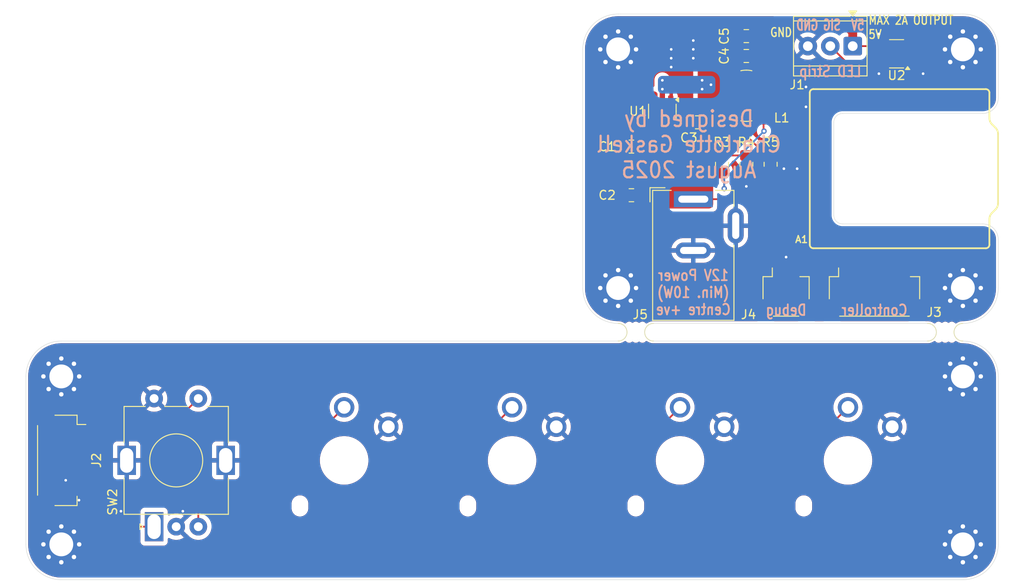
<source format=kicad_pcb>
(kicad_pcb
	(version 20241229)
	(generator "pcbnew")
	(generator_version "9.0")
	(general
		(thickness 1.6)
		(legacy_teardrops no)
	)
	(paper "A4")
	(layers
		(0 "F.Cu" signal)
		(2 "B.Cu" signal)
		(9 "F.Adhes" user "F.Adhesive")
		(11 "B.Adhes" user "B.Adhesive")
		(13 "F.Paste" user)
		(15 "B.Paste" user)
		(5 "F.SilkS" user "F.Silkscreen")
		(7 "B.SilkS" user "B.Silkscreen")
		(1 "F.Mask" user)
		(3 "B.Mask" user)
		(17 "Dwgs.User" user "User.Drawings")
		(19 "Cmts.User" user "User.Comments")
		(21 "Eco1.User" user "User.Eco1")
		(23 "Eco2.User" user "User.Eco2")
		(25 "Edge.Cuts" user)
		(27 "Margin" user)
		(31 "F.CrtYd" user "F.Courtyard")
		(29 "B.CrtYd" user "B.Courtyard")
		(35 "F.Fab" user)
		(33 "B.Fab" user)
		(39 "User.1" user)
		(41 "User.2" user)
		(43 "User.3" user)
		(45 "User.4" user)
	)
	(setup
		(pad_to_mask_clearance 0)
		(allow_soldermask_bridges_in_footprints no)
		(tenting front back)
		(pcbplotparams
			(layerselection 0x00000000_00000000_55555555_5755f5ff)
			(plot_on_all_layers_selection 0x00000000_00000000_00000000_00000000)
			(disableapertmacros no)
			(usegerberextensions yes)
			(usegerberattributes yes)
			(usegerberadvancedattributes no)
			(creategerberjobfile no)
			(dashed_line_dash_ratio 12.000000)
			(dashed_line_gap_ratio 3.000000)
			(svgprecision 4)
			(plotframeref no)
			(mode 1)
			(useauxorigin no)
			(hpglpennumber 1)
			(hpglpenspeed 20)
			(hpglpendiameter 15.000000)
			(pdf_front_fp_property_popups yes)
			(pdf_back_fp_property_popups yes)
			(pdf_metadata yes)
			(pdf_single_document no)
			(dxfpolygonmode yes)
			(dxfimperialunits yes)
			(dxfusepcbnewfont yes)
			(psnegative no)
			(psa4output no)
			(plot_black_and_white yes)
			(sketchpadsonfab no)
			(plotpadnumbers no)
			(hidednponfab no)
			(sketchdnponfab no)
			(crossoutdnponfab no)
			(subtractmaskfromsilk yes)
			(outputformat 1)
			(mirror no)
			(drillshape 0)
			(scaleselection 1)
			(outputdirectory "generated/gerbers/")
		)
	)
	(net 0 "")
	(net 1 "/Enc0B_")
	(net 2 "/Sw1_")
	(net 3 "/Enc0A_")
	(net 4 "/Sw4_")
	(net 5 "/Sw3_")
	(net 6 "/Sw2_")
	(net 7 "/Sw0_")
	(net 8 "+12V")
	(net 9 "GND")
	(net 10 "Net-(U1-VBST)")
	(net 11 "Net-(U1-SW)")
	(net 12 "+5V")
	(net 13 "/Out_LED_Sig")
	(net 14 "/Sw1")
	(net 15 "GND1")
	(net 16 "/Sw2")
	(net 17 "/Sw0")
	(net 18 "/Sw4")
	(net 19 "/Enc0B")
	(net 20 "/Sw3")
	(net 21 "/Enc0A")
	(net 22 "/SWDIO")
	(net 23 "/SWCLK")
	(net 24 "unconnected-(U2-Pad3)")
	(net 25 "/MCU_LED_Sig")
	(net 26 "Net-(U1-VFB)")
	(net 27 "unconnected-(A1-Pad3V3)")
	(net 28 "unconnected-(A1-PadA0)")
	(net 29 "unconnected-(A1-Pad0)")
	(net 30 "unconnected-(A1-PadA2)")
	(net 31 "unconnected-(A1-PadA1)")
	(net 32 "Net-(U1-EN)")
	(net 33 "unconnected-(U2-Pad4)")
	(footprint "Capacitor_SMD:C_0805_2012Metric_Pad1.18x1.45mm_HandSolder" (layer "F.Cu") (at 150 81.75))
	(footprint "Connector_BarrelJack:BarrelJack_Wuerth_6941xx301002" (layer "F.Cu") (at 149.5 90.45))
	(footprint "Capacitor_SMD:C_0805_2012Metric_Pad1.18x1.45mm_HandSolder" (layer "F.Cu") (at 155.5 74.25 180))
	(footprint "MountingHole:MountingHole_2.7mm_M2.5_Pad_Via" (layer "F.Cu") (at 180 73.5))
	(footprint "TerminalBlock_TE-Connectivity:TerminalBlock_TE_282834-3_1x03_P2.54mm_Horizontal" (layer "F.Cu") (at 167.54 73.1325 180))
	(footprint "Connector_JST:JST_SH_SM08B-SRSS-TB_1x08-1MP_P1.00mm_Horizontal" (layer "F.Cu") (at 78 120 -90))
	(footprint "MountingHole:MountingHole_2.7mm_M2.5_Pad_Via" (layer "F.Cu") (at 78 129.5))
	(footprint "Resistor_SMD:R_0805_2012Metric_Pad1.20x1.40mm_HandSolder" (layer "F.Cu") (at 152.75 86.5 90))
	(footprint "MountingHole:MountingHole_2.7mm_M2.5_Pad_Via" (layer "F.Cu") (at 180 129.5))
	(footprint "Rotary_Encoder:RotaryEncoder_Alps_EC11E-Switch_Vertical_H20mm_MountingHoles" (layer "F.Cu") (at 88.5 127.5 90))
	(footprint "Connector_JST:JST_SH_SM08B-SRSS-TB_1x08-1MP_P1.00mm_Horizontal" (layer "F.Cu") (at 170 101))
	(footprint "MountingHole:MountingHole_2.7mm_M2.5_Pad_Via" (layer "F.Cu") (at 180 100.5))
	(footprint "LEDController:TINY2040" (layer "F.Cu") (at 183 87 180))
	(footprint "Capacitor_SMD:C_0805_2012Metric_Pad1.18x1.45mm_HandSolder" (layer "F.Cu") (at 155.5 72 180))
	(footprint "Panelization:mouse-bite-2mm-slot" (layer "F.Cu") (at 178 105.5))
	(footprint "Kailh_PG1353_Solderable:Kailh-PG1353-Solderable-1U" (layer "F.Cu") (at 110 120))
	(footprint "MountingHole:MountingHole_2.7mm_M2.5_Pad_Via" (layer "F.Cu") (at 141 73.5))
	(footprint "Resistor_SMD:R_0805_2012Metric_Pad1.20x1.40mm_HandSolder" (layer "F.Cu") (at 158.25 86.5 90))
	(footprint "Panelization:mouse-bite-2mm-slot" (layer "F.Cu") (at 143 105.5))
	(footprint "Kailh_PG1353_Solderable:Kailh-PG1353-Solderable-1U" (layer "F.Cu") (at 167 120))
	(footprint "MountingHole:MountingHole_2.7mm_M2.5_Pad_Via" (layer "F.Cu") (at 180 110.5))
	(footprint "MountingHole:MountingHole_2.7mm_M2.5_Pad_Via" (layer "F.Cu") (at 141 100.5))
	(footprint "Capacitor_SMD:C_0805_2012Metric_Pad1.18x1.45mm_HandSolder" (layer "F.Cu") (at 142.5 84.5 180))
	(footprint "Resistor_SMD:R_0805_2012Metric_Pad1.20x1.40mm_HandSolder" (layer "F.Cu") (at 155.5 86.5 -90))
	(footprint "Package_SO:TSOP-6_1.65x3.05mm_P0.95mm" (layer "F.Cu") (at 172.5 74 180))
	(footprint "Kailh_PG1353_Solderable:Kailh-PG1353-Solderable-1U" (layer "F.Cu") (at 129 120))
	(footprint "Kailh_PG1353_Solderable:Kailh-PG1353-Solderable-1U" (layer "F.Cu") (at 148 120))
	(footprint "Connector_JST:JST_SH_SM03B-SRSS-TB_1x03-1MP_P1.00mm_Horizontal" (layer "F.Cu") (at 160 101))
	(footprint "MountingHole:MountingHole_2.7mm_M2.5_Pad_Via" (layer "F.Cu") (at 78 110.5))
	(footprint "Package_TO_SOT_SMD:SOT-23-6" (layer "F.Cu") (at 146 80.5 -90))
	(footprint "Capacitor_SMD:C_0805_2012Metric_Pad1.18x1.45mm_HandSolder" (layer "F.Cu") (at 142.5 90 180))
	(footprint "Inductor_SMD:L_Bourns_SDR0604" (layer "F.Cu") (at 155.5 78.75 90))
	(gr_rect
		(start 81.5 110.5)
		(end 100.5 129.5)
		(stroke
			(width 0.1)
			(type solid)
		)
		(fill no)
		(layer "Dwgs.User")
		(uuid "287f66a3-5f86-4efb-895e-3dc2c6f949ef")
	)
	(gr_line
		(start 74 129.5)
		(end 74 110.5)
		(stroke
			(width 0.05)
			(type default)
		)
		(layer "Edge.Cuts")
		(uuid "052f8d9a-21c8-428b-ba86-2427b5fe956c")
	)
	(gr_arc
		(start 184 129.5)
		(mid 182.828427 132.328427)
		(end 180 133.5)
		(stroke
			(width 0.05)
			(type default)
		)
		(layer "Edge.Cuts")
		(uuid "06c30967-f6dd-4166-bdcd-50a968a309b6")
	)
	(gr_arc
		(start 166.4 93.25)
		(mid 165.692893 92.957107)
		(end 165.4 92.25)
		(stroke
			(width 0.05)
			(type default)
		)
		(layer "Edge.Cuts")
		(uuid "0b29827d-6a99-4340-8b55-398266ff6f18")
	)
	(gr_line
		(start 166.4 80.75)
		(end 182.25 80.75)
		(stroke
			(width 0.05)
			(type default)
		)
		(layer "Edge.Cuts")
		(uuid "0b52b8b1-5743-4271-8c54-afabea252e69")
	)
	(gr_arc
		(start 184 79)
		(mid 183.487437 80.237437)
		(end 182.25 80.75)
		(stroke
			(width 0.05)
			(type default)
		)
		(layer "Edge.Cuts")
		(uuid "1b9035e4-52ea-4396-b996-fea9ead6b1c2")
	)
	(gr_arc
		(start 180 106.5)
		(mid 182.828427 107.671573)
		(end 184 110.5)
		(stroke
			(width 0.05)
			(type default)
		)
		(layer "Edge.Cuts")
		(uuid "1eca1fa8-7a8d-4b60-b9c4-e81f97479823")
	)
	(gr_arc
		(start 141 104.5)
		(mid 138.171573 103.328427)
		(end 137 100.5)
		(stroke
			(width 0.05)
			(type default)
		)
		(layer "Edge.Cuts")
		(uuid "28709466-9711-404f-b959-486fa0a1409e")
	)
	(gr_arc
		(start 141 104.5)
		(mid 142 105.5)
		(end 141 106.5)
		(stroke
			(width 0.05)
			(type default)
		)
		(layer "Edge.Cuts")
		(uuid "2e13a613-f7a1-48e9-95c6-a0f068228433")
	)
	(gr_arc
		(start 182.25 93.25)
		(mid 183.487437 93.762563)
		(end 184 95)
		(stroke
			(width 0.05)
			(type default)
		)
		(layer "Edge.Cuts")
		(uuid "398bffa2-362f-4a66-98ee-a8687a1bf186")
	)
	(gr_line
		(start 145 104.5)
		(end 176 104.5)
		(stroke
			(width 0.05)
			(type default)
		)
		(layer "Edge.Cuts")
		(uuid "3e0a3bb3-27cb-49d5-a643-920d4784f304")
	)
	(gr_line
		(start 141 106.5)
		(end 78 106.5)
		(stroke
			(width 0.05)
			(type default)
		)
		(layer "Edge.Cuts")
		(uuid "3f216925-f395-4b07-b12b-bc85e8225f07")
	)
	(gr_line
		(start 137 100.5)
		(end 137 73.5)
		(stroke
			(width 0.05)
			(type default)
		)
		(layer "Edge.Cuts")
		(uuid "51c90b9e-c9f2-4f6c-b23c-a7ba9c37b133")
	)
	(gr_arc
		(start 176 104.5)
		(mid 177 105.5)
		(end 176 106.5)
		(stroke
			(width 0.05)
			(type default)
		)
		(layer "Edge.Cuts")
		(uuid "5451d521-b8a5-4094-aca5-0128b6cb410a")
	)
	(gr_line
		(start 165.4 92.25)
		(end 165.4 81.75)
		(stroke
			(width 0.05)
			(type default)
		)
		(layer "Edge.Cuts")
		(uuid "5829f421-0649-4132-b67e-5c543b147254")
	)
	(gr_arc
		(start 180 69.5)
		(mid 182.828427 70.671573)
		(end 184 73.5)
		(stroke
			(width 0.05)
			(type default)
		)
		(layer "Edge.Cuts")
		(uuid "5a42420a-d1dc-4136-aee7-71bca0b91071")
	)
	(gr_arc
		(start 137 73.5)
		(mid 138.171573 70.671573)
		(end 141 69.5)
		(stroke
			(width 0.05)
			(type default)
		)
		(layer "Edge.Cuts")
		(uuid "6d8e5f07-665e-4628-b0c1-a77e44813e11")
	)
	(gr_arc
		(start 184 100.5)
		(mid 182.828427 103.328427)
		(end 180 104.5)
		(stroke
			(width 0.05)
			(type default)
		)
		(layer "Edge.Cuts")
		(uuid "6f01a15a-6e3a-4f69-b210-a79d3b24c758")
	)
	(gr_line
		(start 184 95)
		(end 184 100.5)
		(stroke
			(width 0.05)
			(type default)
		)
		(layer "Edge.Cuts")
		(uuid "768af72a-e720-4a29-abda-360cb80c7384")
	)
	(gr_line
		(start 180 133.5)
		(end 78 133.5)
		(stroke
			(width 0.05)
			(type default)
		)
		(layer "Edge.Cuts")
		(uuid "797455a0-61bc-480c-8b17-b07398474546")
	)
	(gr_line
		(start 141 69.5)
		(end 180 69.5)
		(stroke
			(width 0.05)
			(type default)
		)
		(layer "Edge.Cuts")
		(uuid "9396cd5a-2da3-497b-9d45-236cf01777c1")
	)
	(gr_line
		(start 182.25 93.25)
		(end 166.4 93.25)
		(stroke
			(width 0.05)
			(type default)
		)
		(layer "Edge.Cuts")
		(uuid "a0e8b168-b0a8-469e-9682-65c2d6eeb83f")
	)
	(gr_arc
		(start 180 106.5)
		(mid 179 105.5)
		(end 180 104.5)
		(stroke
			(width 0.05)
			(type default)
		)
		(layer "Edge.Cuts")
		(uuid "a930f56b-8ee5-4faa-b255-e83a5ef6ff0c")
	)
	(gr_line
		(start 184 110.5)
		(end 184 129.5)
		(stroke
			(width 0.05)
			(type default)
		)
		(layer "Edge.Cuts")
		(uuid "ab4572ae-087f-4107-8d89-71f2cceae038")
	)
	(gr_line
		(start 184 79)
		(end 184 73.5)
		(stroke
			(width 0.05)
			(type default)
		)
		(layer "Edge.Cuts")
		(uuid "ad5edf0d-8939-40bb-b3cd-0a474fa3e381")
	)
	(gr_arc
		(start 145 106.5)
		(mid 144 105.5)
		(end 145 104.5)
		(stroke
			(width 0.05)
			(type solid)
		)
		(layer "Edge.Cuts")
		(uuid "b56c3b9c-2000-4453-a7db-06c62f64e18e")
	)
	(gr_arc
		(start 78 133.5)
		(mid 75.171573 132.328427)
		(end 74 129.5)
		(stroke
			(width 0.05)
			(type default)
		)
		(layer "Edge.Cuts")
		(uuid "bed65e03-a6da-4c6d-b949-3a8d829b6999")
	)
	(gr_arc
		(start 165.4 81.75)
		(mid 165.692893 81.042893)
		(end 166.4 80.75)
		(stroke
			(width 0.05)
			(type default)
		)
		(layer "Edge.Cuts")
		(uuid "ce9ed25f-4b7e-4281-9e83-91c5430225d4")
	)
	(gr_line
		(start 145 106.5)
		(end 176 106.5)
		(stroke
			(width 0.05)
			(type default)
		)
		(layer "Edge.Cuts")
		(uuid "dd837ee2-a8e3-4f21-8abc-c07573790e2b")
	)
	(gr_arc
		(start 74 110.5)
		(mid 75.171573 107.671573)
		(end 78 106.5)
		(stroke
			(width 0.05)
			(type default)
		)
		(layer "Edge.Cuts")
		(uuid "e4a987e3-bd9b-45b1-98b5-3781145c5239")
	)
	(gr_text "MAX 2A OUTPUT\n5V"
		(at 169.25 71 0)
		(layer "F.SilkS")
		(uuid "1cf8a265-928a-4713-a0fd-9c8948bb7e73")
		(effects
			(font
				(size 1 0.8)
				(thickness 0.15)
			)
			(justify left)
		)
	)
	(gr_text "GND"
		(at 160.75 71 0)
		(layer "F.SilkS")
		(uuid "28e00aa5-b5be-4f3b-a6af-93c99717e376")
		(effects
			(font
				(size 1 0.8)
				(thickness 0.15)
			)
			(justify right top)
		)
	)
	(gr_text "12V Power\n(Min. 10W)\nCentre +ve"
		(at 149.5 101 0)
		(layer "B.SilkS")
		(uuid "546e47e7-5ea3-4969-8e83-598e284ba442")
		(effects
			(font
				(size 1.2 1)
				(thickness 0.2)
				(bold yes)
			)
			(justify mirror)
		)
	)
	(gr_text "Debug"
		(at 160 103 0)
		(layer "B.SilkS")
		(uuid "62581f23-029e-46bf-bf08-32135301768b")
		(effects
			(font
				(size 1.2 1)
				(thickness 0.2)
				(bold yes)
			)
			(justify mirror)
		)
	)
	(gr_text "LED Strip"
		(at 165 76 0)
		(layer "B.SilkS")
		(uuid "97f40562-3675-41ce-9586-397569c8a58f")
		(effects
			(font
				(size 1.2 1)
				(thickness 0.2)
				(bold yes)
			)
			(justify mirror)
		)
	)
	(gr_text "5V  SIG GND"
		(at 165 70.75 0)
		(layer "B.SilkS")
		(uuid "bd507d58-54df-46cb-9d03-112375450ccb")
		(effects
			(font
				(size 1.2 0.8)
				(thickness 0.2)
				(bold yes)
			)
			(justify mirror)
		)
	)
	(gr_text "Controller"
		(at 170 103 0)
		(layer "B.SilkS")
		(uuid "e4fc9c6b-f2a2-458e-8bfc-35768b71704e")
		(effects
			(font
				(size 1.2 1)
				(thickness 0.2)
				(bold yes)
			)
			(justify mirror)
		)
	)
	(gr_text "Designed by\nCharlotte Gaskell\nAugust 2025"
		(at 149 84.25 0)
		(layer "B.SilkS")
		(uuid "e729ce97-e23d-4abf-9911-4045c8b1436b")
		(effects
			(font
				(size 1.8 1.6)
				(thickness 0.25)
			)
			(justify mirror)
		)
	)
	(segment
		(start 167.5 96.18)
		(end 167.5 99)
		(width 0.2)
		(layer "F.Cu")
		(net 1)
		(uuid "59fc26f1-3c12-4561-8aa7-28797d6c701d")
	)
	(segment
		(start 166.49 95.17)
		(end 167.5 96.18)
		(width 0.2)
		(layer "F.Cu")
		(net 1)
		(uuid "f0ad05b3-dc19-4266-b55f-1d4a20e316db")
	)
	(segment
		(start 169.5 99)
		(end 169.5 97.40873)
		(width 0.2)
		(layer "F.Cu")
		(net 2)
		(uuid "181e8f32-b3d1-4076-9beb-dae3438846c1")
	)
	(segment
		(start 171.57 95.33873)
		(end 171.57 95.17)
		(width 0.2)
		(layer "F.Cu")
		(net 2)
		(uuid "46c5a748-f200-4310-b991-53508a3f6b15")
	)
	(segment
		(start 169.5 97.40873)
		(end 171.57 95.33873)
		(width 0.2)
		(layer "F.Cu")
		(net 2)
		(uuid "536dfdff-a79c-4f82-9229-354f14eb2b34")
	)
	(segment
		(start 163.95 96.45)
		(end 166.5 99)
		(width 0.2)
		(layer "F.Cu")
		(net 3)
		(uuid "260f634e-752f-4ad4-bede-f3278afd4ef1")
	)
	(segment
		(start 163.95 95.17)
		(end 163.95 96.45)
		(width 0.2)
		(layer "F.Cu")
		(net 3)
		(uuid "cb539145-4b90-4747-a586-7e161aec0127")
	)
	(segment
		(start 179.19 96.67)
		(end 179.19 95.17)
		(width 0.2)
		(layer "F.Cu")
		(net 4)
		(uuid "1d942ede-9e14-43a9-8961-4f51fe07bdd9")
	)
	(segment
		(start 172.5 98.225001)
		(end 172.923001 97.802)
		(width 0.2)
		(layer "F.Cu")
		(net 4)
		(uuid "2257f966-80ad-41f2-8cef-d8a6d864ca67")
	)
	(segment
		(start 172.5 99)
		(end 172.5 98.225001)
		(width 0.2)
		(layer "F.Cu")
		(net 4)
		(uuid "5eb0393f-2704-49a5-9419-5e334ccc9a9f")
	)
	(segment
		(start 178.058 97.802)
		(end 179.19 96.67)
		(width 0.2)
		(layer "F.Cu")
		(net 4)
		(uuid "ceae36e2-8095-4f7e-965f-e0fb874445f7")
	)
	(segment
		(start 172.923001 97.802)
		(end 178.058 97.802)
		(width 0.2)
		(layer "F.Cu")
		(net 4)
		(uuid "e6288a48-6607-4199-986c-2220df2a17e6")
	)
	(segment
		(start 176.65 96.67)
		(end 176.65 95.17)
		(width 0.2)
		(layer "F.Cu")
		(net 5)
		(uuid "1eb8f09b-6584-472d-87ef-fc758c910cbc")
	)
	(segment
		(start 171.5 99)
		(end 171.5 98.225001)
		(width 0.2)
		(layer "F.Cu")
		(net 5)
		(uuid "aef94497-5b25-4f43-bfef-f7a0a59400e5")
	)
	(segment
		(start 171.5 98.225001)
		(end 172.324001 97.401)
		(width 0.2)
		(layer "F.Cu")
		(net 5)
		(uuid "ba283a4b-50fe-49a5-bdff-987dbdd522a6")
	)
	(segment
		(start 172.324001 97.401)
		(end 175.919 97.401)
		(width 0.2)
		(layer "F.Cu")
		(net 5)
		(uuid "dfb3d8af-0513-49fe-880e-d7370ddb4c04")
	)
	(segment
		(start 175.919 97.401)
		(end 176.65 96.67)
		(width 0.2)
		(layer "F.Cu")
		(net 5)
		(uuid "e362f41e-ca4e-48f2-837a-b4fdecbab268")
	)
	(segment
		(start 170.5 99)
		(end 170.5 98.225001)
		(width 0.2)
		(layer "F.Cu")
		(net 6)
		(uuid "08dff94a-f27c-459a-8d09-3b43e86eed0e")
	)
	(segment
		(start 174.11 96.67)
		(end 174.11 95.17)
		(width 0.2)
		(layer "F.Cu")
		(net 6)
		(uuid "3cb15464-ec3d-47d7-b01a-ff0b08755792")
	)
	(segment
		(start 170.5 98.225001)
		(end 171.725001 97)
		(width 0.2)
		(layer "F.Cu")
		(net 6)
		(uuid "b902f6af-0ca3-47b7-b44f-f19b7e48c399")
	)
	(segment
		(start 173.78 97)
		(end 174.11 96.67)
		(width 0.2)
		(layer "F.Cu")
		(net 6)
		(uuid "eb5adae6-6f75-48ce-b54d-a849137af99a")
	)
	(segment
		(start 171.725001 97)
		(end 173.78 97)
		(width 0.2)
		(layer "F.Cu")
		(net 6)
		(uuid "f42480e7-249b-48fe-8c10-976c646029f4")
	)
	(segment
		(start 169.03 95.17)
		(end 168.5 95.7)
		(width 0.2)
		(layer "F.Cu")
		(net 7)
		(uuid "30319831-ea93-4065-b055-49efda7c961a")
	)
	(segment
		(start 168.5 95.7)
		(end 168.5 99)
		(width 0.2)
		(layer "F.Cu")
		(net 7)
		(uuid "e96a5ad3-692e-4561-b7ba-a34ded96a5ce")
	)
	(segment
		(start 158.25 87.5)
		(end 158.25 89.5)
		(width 0.2)
		(layer "F.Cu")
		(net 8)
		(uuid "68cc51f7-e4f1-4513-a78d-15c849123485")
	)
	(segment
		(start 157.3 90.45)
		(end 149.5 90.45)
		(width 0.2)
		(layer "F.Cu")
		(net 8)
		(uuid "a008dc8e-7479-43a5-af42-f8dfa9248111")
	)
	(segment
		(start 158.25 89.5)
		(end 157.3 90.45)
		(width 0.2)
		(layer "F.Cu")
		(net 8)
		(uuid "bba8fbfd-4140-4837-8566-c950a0eaff53")
	)
	(segment
		(start 177 76.25)
		(end 175.5 76.25)
		(width 0.2)
		(layer "F.Cu")
		(net 9)
		(uuid "0874791a-e5f7-441a-9e81-f817c0f6c4c3")
	)
	(segment
		(start 179.19 78.44)
		(end 177 76.25)
		(width 0.2)
		(layer "F.Cu")
		(net 9)
		(uuid "3abc0fe0-4676-47bf-a2fb-ba5e243ca531")
	)
	(segment
		(start 179.19 78.83)
		(end 179.19 78.44)
		(width 0.2)
		(layer "F.Cu")
		(net 9)
		(uuid "d5d1f98c-bc03-457d-9aa8-0b10863418c4")
	)
	(via
		(at 147 75.5)
		(size 0.6)
		(drill 0.3)
		(layers "F.Cu" "B.Cu")
		(free yes)
		(net 9)
		(uuid "0b094a13-8709-4d50-a716-d0ebde405629")
	)
	(via
		(at 161.25 87)
		(size 0.6)
		(drill 0.3)
		(layers "F.Cu" "B.Cu")
		(free yes)
		(net 9)
		(uuid "109170ae-e24e-43f6-8b3f-1b5e4e45fbd6")
	)
	(via
		(at 162.25 80)
		(size 0.6)
		(drill 0.3)
		(layers "F.Cu" "B.Cu")
		(free yes)
		(net 9)
		(uuid "3ef8df89-e23b-4678-b020-b1e3d9478317")
	)
	(via
		(at 159.75 87)
		(size 0.6)
		(drill 0.3)
		(layers "F.Cu" "B.Cu")
		(free yes)
		(net 9)
		(uuid "50790cfa-6290-4f89-a787-a15b76de2cb9")
	)
	(via
		(at 170.5 71.75)
		(size 0.6)
		(drill 0.3)
		(layers "F.Cu" "B.Cu")
		(free yes)
		(net 9)
		(uuid "572a30ae-4401-4b23-b866-fee041da36af")
	)
	(via
		(at 147 74.5)
		(size 0.6)
		(drill 0.3)
		(layers "F.Cu" "B.Cu")
		(free yes)
		(net 9)
		(uuid "63a3686d-2cf0-4d5a-bf08-2bc1c3fadf68")
	)
	(via
		(at 160 97)
		(size 0.6)
		(drill 0.3)
		(layers "F.Cu" "B.Cu")
		(free yes)
		(net 9)
		(uuid "640000b2-56c9-4a61-b7a9-e594f81c0332")
	)
	(via
		(at 149.5 72.5)
		(size 0.6)
		(drill 0.3)
		(layers "F.Cu" "B.Cu")
		(free yes)
		(net 9)
		(uuid "6db4d4a8-3ff2-4ef4-bf66-9e6f996fe7ca")
	)
	(via
		(at 149.5 74.5)
		(size 0.6)
		(drill 0.3)
		(layers "F.Cu" "B.Cu")
		(free yes)
		(net 9)
		(uuid "94110f0f-9257-4364-a498-1fab953bd78a")
	)
	(via
		(at 147 73.5)
		(size 0.6)
		(drill 0.3)
		(layers "F.Cu" "B.Cu")
		(free yes)
		(net 9)
		(uuid "97f6d220-753d-4aca-8811-3aa230c5eae9")
	)
	(via
		(at 175.5 76.25)
		(size 0.6)
		(drill 0.3)
		(layers "F.Cu" "B.Cu")
		(net 9)
		(uuid "a90a1dea-ab66-47ea-9fb9-ab3cef8f0d1e")
	)
	(via
		(at 155.5 89)
		(size 0.6)
		(drill 0.3)
		(layers "F.Cu" "B.Cu")
		(free yes)
		(net 9)
		(uuid "b17ae1b9-ad4a-443b-9e23-3bfeb9ca5926")
	)
	(via
		(at 149.5 73.5)
		(size 0.6)
		(drill 0.3)
		(layers "F.Cu" "B.Cu")
		(free yes)
		(net 9)
		(uuid "cf50a3e2-b50e-4a1b-bd2b-3ff2254157d3")
	)
	(via
		(at 170.5 76.25)
		(size 0.6)
		(drill 0.3)
		(layers "F.Cu" "B.Cu")
		(free yes)
		(net 9)
		(uuid "e93631b4-c2f4-4733-bd11-86ee1f5247fb")
	)
	(via
		(at 162.25 77.75)
		(size 0.6)
		(drill 0.3)
		(layers "F.Cu" "B.Cu")
		(free yes)
		(net 9)
		(uuid "f5b95206-5ddf-42e9-b49f-e11bc1e65ca8")
	)
	(segment
		(start 148.9625 81.75)
		(end 147.0625 81.75)
		(width 0.2)
		(layer "F.Cu")
		(net 10)
		(uuid "146b71f8-0d58-4a7b-8216-c6eecdb35fcc")
	)
	(segment
		(start 147.0625 81.75)
		(end 146.95 81.6375)
		(width 0.2)
		(layer "F.Cu")
		(net 10)
		(uuid "9e547e8b-27cb-407d-a75d-f3abcb8a9048")
	)
	(segment
		(start 146 78)
		(end 146 77)
		(width 0.8)
		(layer "F.Cu")
		(net 11)
		(uuid "06c63bbe-cf71-47c3-9c87-239f170ac7f0")
	)
	(segment
		(start 151 81.7125)
		(end 151.0375 81.75)
		(width 0.8)
		(layer "F.Cu")
		(net 11)
		(uuid "14193d22-ca7a-4af1-95d7-0a9f720e334a")
	)
	(segment
		(start 146 79.3625)
		(end 146 78)
		(width 0.6)
		(layer "F.Cu")
		(net 11)
		(uuid "e68cb43a-1514-4eda-b5b6-5f19de9f5c4d")
	)
	(via
		(at 146 77)
		(size 0.6)
		(drill 0.3)
		(layers "F.Cu" "B.Cu")
		(net 11)
		(uuid "00912164-13ad-4e52-a122-d9e5c2a07fb1")
	)
	(via
		(at 146 78)
		(size 0.6)
		(drill 0.3)
		(layers "F.Cu" "B.Cu")
		(net 11)
		(uuid "4d2ad28b-e5b5-4aba-a2dd-5c5b39858e8b")
	)
	(via
		(at 150.5 77)
		(size 0.6)
		(drill 0.3)
		(layers "F.Cu" "B.Cu")
		(free yes)
		(net 11)
		(uuid "6066eef7-0a5a-46c7-a5a2-6b6033c2cd8e")
	)
	(via
		(at 151.5 77.5)
		(size 0.6)
		(drill 0.3)
		(layers "F.Cu" "B.Cu")
		(free yes)
		(net 11)
		(uuid "90b8b4bb-a8fc-448a-b2df-a257e305b2f7")
	)
	(via
		(at 150.5 78)
		(size 0.6)
		(drill 0.3)
		(layers "F.Cu" "B.Cu")
		(free yes)
		(net 11)
		(uuid "fe2f9f37-a92f-4474-9383-078803b88643")
	)
	(segment
		(start 166 70.5)
		(end 159.5 70.5)
		(width 1)
		(layer "F.Cu")
		(net 12)
		(uuid "1c949dbb-cb4d-4f1a-8720-9706f0d5d73a")
	)
	(segment
		(start 167.54 71.54)
		(end 167.5 71.5)
		(width 1)
		(layer "F.Cu")
		(net 12)
		(uuid "43266d4a-d8a2-4892-8bf9-62af61a61c30")
	)
	(segment
		(start 166.5 70.5)
		(end 166 70.5)
		(width 1)
		(layer "F.Cu")
		(net 12)
		(uuid "43bf2efc-67c9-485e-8212-16a564d47094")
	)
	(segment
		(start 178.567 76.75)
		(end 172.317 70.5)
		(width 0.2)
		(layer "F.Cu")
		(net 12)
		(uuid "484bf3ce-60b8-438c-b68f-31f3f8d3e255")
	)
	(segment
		(start 153 87.5)
		(end 153 89.25)
		(width 0.2)
		(layer "F.Cu")
		(net 12)
		(uuid "82bcd0f3-114b-4849-a09c-15b4e61f9337")
	)
	(segment
		(start 181.15 76.75)
		(end 178.567 76.75)
		(width 0.2)
		(layer "F.Cu")
		(net 12)
		(uuid "858ddfe6-d335-4edd-8f36-e10a243d037e")
	)
	(segment
		(start 157.45 82.7)
		(end 157.45 78.75)
		(width 0.2)
		(layer "F.Cu")
		(net 12)
		(uuid "88e249b0-9378-43ea-8020-c8ebb6aa4ca5")
	)
	(segment
		(start 159.5 70.5)
		(end 158 72)
		(width 1)
		(layer "F.Cu")
		(net 12)
		(uuid "8c907b79-9fc7-4654-993d-c952c0436698")
	)
	(segment
		(start 181.73 78.83)
		(end 181.73 77.33)
		(width 0.2)
		(layer "F.Cu")
		(net 12)
		(uuid "953d8553-a14f-4906-8910-491da17a6fa0")
	)
	(segment
		(start 157.5 82.75)
		(end 157.45 82.7)
		(width 0.2)
		(layer "F.Cu")
		(net 12)
		(uuid "a4a651dc-1681-49f6-afa5-a920d363cadb")
	)
	(segment
		(start 171.34 74)
		(end 171 74)
		(width 0.2)
		(layer "F.Cu")
		(net 12)
		(uuid "b4541bf4-76d5-405e-bd98-d1a7866a1afb")
	)
	(segment
		(start 172.317 70.5)
		(end 166.5 70.5)
		(width 0.2)
		(layer "F.Cu")
		(net 12)
		(uuid "b7418578-2dab-4dc9-8a73-6f7c97a7089e")
	)
	(segment
		(start 171 74)
		(end 170.1325 73.1325)
		(width 0.2)
		(layer "F.Cu")
		(net 12)
		(uuid "c3d21f2b-973d-4721-91ca-028032cdc925")
	)
	(segment
		(start 170.1325 73.1325)
		(end 167.54 73.1325)
		(width 0.2)
		(layer "F.Cu")
		(net 12)
		(uuid "c5608a43-73e1-4bb9-b6c9-34313f45654e")
	)
	(segment
		(start 167.5 71.5)
		(end 166.5 70.5)
		(width 1)
		(layer "F.Cu")
		(net 12)
		(uuid "d09c7785-3281-4abb-8456-bcb61fbb3f92")
	)
	(segment
		(start 167.54 73.1325)
		(end 167.54 71.54)
		(width 1)
		(layer "F.Cu")
		(net 12)
		(uuid "e3b9dacd-d54b-40a4-ad48-ab33d64be10a")
	)
	(segment
		(start 181.73 77.33)
		(end 181.15 76.75)
		(width 0.2)
		(layer "F.Cu")
		(net 12)
		(uuid "f6362f88-6f03-4593-8814-2a6e0da1be75")
	)
	(via
		(at 153 89.25)
		(size 0.6)
		(drill 0.3)
		(layers "F.Cu" "B.Cu")
		(net 12)
		(uuid "090ee914-b85d-4486-93ee-0f85d8b0067c")
	)
	(via
		(at 157.5 82.75)
		(size 0.6)
		(drill 0.3)
		(layers "F.Cu" "B.Cu")
		(net 12)
		(uuid "a56fc354-6fcc-4fe8-b52e-9111d5f15453")
	)
	(segment
		(start 153 87.25)
		(end 157.5 82.75)
		(width 0.2)
		(layer "B.Cu")
		(net 12)
		(uuid "0cb1f616-5ba7-4c1f-ad64-ecaf0a836847")
	)
	(segment
		(start 153 89.25)
		(end 153 87.25)
		(width 0.2)
		(layer "B.Cu")
		(net 12)
		(uuid "0f6b6cfa-aff7-40c3-92b6-2cedce07fbfd")
	)
	(segment
		(start 166.8175 74.95)
		(end 165 73.1325)
		(width 0.2)
		(layer "F.Cu")
		(net 13)
		(uuid "6891c8df-7b30-48f7-a193-91b5263b12ac")
	)
	(segment
		(start 171.34 74.95)
		(end 166.8175 74.95)
		(width 0.2)
		(layer "F.Cu")
		(net 13)
		(uuid "739f5a1d-f694-4d44-9ac7-01bef3c053f9")
	)
	(segment
		(start 101 123)
		(end 84.274999 123)
		(width 0.2)
		(layer "F.Cu")
		(net 14)
		(uuid "1d1fff09-9846-460c-85d6-dc3314a1ef07")
	)
	(segment
		(start 80.774999 119.5)
		(end 80 119.5)
		(width 0.2)
		(layer "F.Cu")
		(net 14)
		(uuid "42b54e7a-11fa-4eb2-914c-49e7ed83d8a7")
	)
	(segment
		(start 84.274999 123)
		(end 80.774999 119.5)
		(width 0.2)
		(layer "F.Cu")
		(net 14)
		(uuid "ae825d89-fe2b-4a73-8504-c41454269afd")
	)
	(segment
		(start 110 114)
		(end 101 123)
		(width 0.2)
		(layer "F.Cu")
		(net 14)
		(uuid "c334bfbb-6817-4c21-8619-c1f215d98f16")
	)
	(via
		(at 84.75 125.75)
		(size 0.6)
		(drill 0.3)
		(layers "F.Cu" "B.Cu")
		(free yes)
		(net 15)
		(uuid "363b48e1-7fd6-46ef-99ea-96b5c9a9410d")
	)
	(via
		(at 91.75 125.75)
		(size 0.6)
		(drill 0.3)
		(layers "F.Cu" "B.Cu")
		(free yes)
		(net 15)
		(uuid "54b99e7d-3822-494d-a007-79a4c2fb2b61")
	)
	(via
		(at 80 124.5)
		(size 0.6)
		(drill 0.3)
		(layers "F.Cu" "B.Cu")
		(free yes)
		(net 15)
		(uuid "58184873-1dda-4b8d-8ed9-36b9f7fa0da9")
	)
	(via
		(at 78.5 122.25)
		(size 0.6)
		(drill 0.3)
		(layers "F.Cu" "B.Cu")
		(free yes)
		(net 15)
		(uuid "c6220e2b-155c-4b13-9942-3a188c55bfe4")
	)
	(segment
		(start 80 120.5)
		(end 81.207899 120.5)
		(width 0.2)
		(layer "F.Cu")
		(net 16)
		(uuid "250fb0b9-6369-4746-a3a9-2c26dc5abbf2")
	)
	(segment
		(start 98.8322 129.198)
		(end 113.802 129.198)
		(width 0.2)
		(layer "F.Cu")
		(net 16)
		(uuid "355c200a-bcb2-48c1-9462-ba8bb4f80136")
	)
	(segment
		(start 84.108899 123.401)
		(end 93.0352 123.401)
		(width 0.2)
		(layer "F.Cu")
		(net 16)
		(uuid "5050852a-8656-4bd6-8e03-40352b874959")
	)
	(segment
		(start 113.802 129.198)
		(end 129 114)
		(width 0.2)
		(layer "F.Cu")
		(net 16)
		(uuid "58e9511b-6791-4337-9594-2e96b93fca56")
	)
	(segment
		(start 81.207899 120.5)
		(end 84.108899 123.401)
		(width 0.2)
		(layer "F.Cu")
		(net 16)
		(uuid "9331e112-bed9-49da-a02d-f96f904a67d9")
	)
	(segment
		(start 93.0352 123.401)
		(end 98.8322 129.198)
		(width 0.2)
		(layer "F.Cu")
		(net 16)
		(uuid "e42d7d0d-62c2-4b17-a1fa-7fc5ab8af7fd")
	)
	(segment
		(start 93.5 113)
		(end 91 115.5)
		(width 0.2)
		(layer "F.Cu")
		(net 17)
		(uuid "63ec370d-ab5a-4dd1-9a25-14a45499dffe")
	)
	(segment
		(start 91 115.5)
		(end 83.774999 115.5)
		(width 0.2)
		(layer "F.Cu")
		(net 17)
		(uuid "68adb316-20c3-4b26-848e-1116e5f6c831")
	)
	(segment
		(start 83.774999 115.5)
		(end 80.774999 118.5)
		(width 0.2)
		(layer "F.Cu")
		(net 17)
		(uuid "8791fff9-0a9f-4b4b-ade5-b9be44b9c3c1")
	)
	(segment
		(start 80.774999 118.5)
		(end 80 118.5)
		(width 0.2)
		(layer "F.Cu")
		(net 17)
		(uuid "ed066071-d202-4ecd-bb7f-217a0f2aaf9a")
	)
	(segment
		(start 82.073699 122.5)
		(end 83.776699 124.203)
		(width 0.2)
		(layer "F.Cu")
		(net 18)
		(uuid "30d1c225-f634-4770-b78f-859c38a4db70")
	)
	(segment
		(start 92.703 124.203)
		(end 98.5 130)
		(width 0.2)
		(layer "F.Cu")
		(net 18)
		(uuid "9a9c8a46-8bc1-4e10-afbd-657d86b805d8")
	)
	(segment
		(start 98.5 130)
		(end 151 130)
		(width 0.2)
		(layer "F.Cu")
		(net 18)
		(uuid "9eca00b3-971c-4f24-9b2b-bc8d0a1e9640")
	)
	(segment
		(start 83.776699 124.203)
		(end 92.703 124.203)
		(width 0.2)
		(layer "F.Cu")
		(net 18)
		(uuid "b89eb423-c808-443d-96dc-a9b91fbd0753")
	)
	(segment
		(start 151 130)
		(end 167 114)
		(width 0.2)
		(layer "F.Cu")
		(net 18)
		(uuid "dc52f3af-06db-4b19-b4f7-5ef6dd764d5d")
	)
	(segment
		(start 80 122.5)
		(end 82.073699 122.5)
		(width 0.2)
		(layer "F.Cu")
		(net 18)
		(uuid "f7ac78a7-84d2-4a0a-9381-9ce61e086e4a")
	)
	(segment
		(start 77.651 119.074001)
		(end 79.225001 117.5)
		(width 0.2)
		(layer "F.Cu")
		(net 19)
		(uuid "061fb132-9941-4b7a-bfe9-d4c710e7c08c")
	)
	(segment
		(start 79.225001 117.5)
		(end 80 117.5)
		(width 0.2)
		(layer "F.Cu")
		(net 19)
		(uuid "61446693-7207-4f37-a640-e8f99616b4ae")
	)
	(segment
		(start 93.5 125.5671)
		(end 92.5369 124.604)
		(width 0.2)
		(layer "F.Cu")
		(net 19)
		(uuid "62e49a3c-d68f-4b99-9944-1a34d4d273f3")
	)
	(segment
		(start 79.901 126)
		(end 77.651 123.75)
		(width 0.2)
		(layer "F.Cu")
		(net 19)
		(uuid "75f17724-7429-4a09-b2ec-2e95668226ea")
	)
	(segment
		(start 93.5 127.5)
		(end 93.5 125.5671)
		(width 0.2)
		(layer "F.Cu")
		(net 19)
		(uuid "78c4d8a5-d5da-4e4b-b200-a6fce3d432db")
	)
	(segment
		(start 77.651 123.75)
		(end 77.651 119.074001)
		(width 0.2)
		(layer "F.Cu")
		(net 19)
		(uuid "a2d06acc-1c19-4d19-b176-67a28eae9a24")
	)
	(segment
		(start 83.896 124.604)
		(end 82.5 126)
		(width 0.2)
		(layer "F.Cu")
		(net 19)
		(uuid "c67720ff-6d2b-49a9-8fef-33aa79035bac")
	)
	(segment
		(start 92.5369 124.604)
		(end 83.896 124.604)
		(width 0.2)
		(layer "F.Cu")
		(net 19)
		(uuid "d6761b00-2d67-42fa-8fbc-9ebd8dffaf4e")
	)
	(segment
		(start 82.5 126)
		(end 79.901 126)
		(width 0.2)
		(layer "F.Cu")
		(net 19)
		(uuid "fbfc5cbb-d98e-4f54-9b60-8e26f00e106b")
	)
	(segment
		(start 132.401 129.599)
		(end 98.6661 129.599)
		(width 0.2)
		(layer "F.Cu")
		(net 20)
		(uuid "359304ab-0f75-4ea2-bf7a-6b6495c2c682")
	)
	(segment
		(start 83.942799 123.802)
		(end 81.640799 121.5)
		(width 0.2)
		(layer "F.Cu")
		(net 20)
		(uuid "79bb9a96-1285-44ab-b703-9e8c485b4ec9")
	)
	(segment
		(start 148 114)
		(end 132.401 129.599)
		(width 0.2)
		(layer "F.Cu")
		(net 20)
		(uuid "969a5059-6e77-49ba-8be8-9d92f8e53131")
	)
	(segment
		(start 81.640799 121.5)
		(end 80 121.5)
		(width 0.2)
		(layer "F.Cu")
		(net 20)
		(uuid "c9e81b5c-6e40-4046-bdf0-c6aff4843914")
	)
	(segment
		(start 98.6661 129.599)
		(end 92.8691 123.802)
		(width 0.2)
		(layer "F.Cu")
		(net 20)
		(uuid "f5bbbdc7-5a90-4e9d-853e-62c621dd6988")
	)
	(segment
		(start 92.8691 123.802)
		(end 83.942799 123.802)
		(width 0.2)
		(layer "F.Cu")
		(net 20)
		(uuid "f9e4d56a-6b5a-43ea-b32d-25e76cca7c74")
	)
	(segment
		(start 80.8339 127.5)
		(end 77.25 123.9161)
		(width 0.2)
		(layer "F.Cu")
		(net 21)
		(uuid "40f80604-c67c-45d3-93cc-42d1ced1b150")
	)
	(segment
		(start 88.5 127.5)
		(end 80.8339 127.5)
		(width 0.2)
		(layer "F.Cu")
		(net 21)
		(uuid "700d56e8-53f4-41b5-9e67-00c2ea45a83e")
	)
	(segment
		(start 78.75 116.5)
		(end 80 116.5)
		(width 0.2)
		(layer "F.Cu")
		(net 21)
		(uuid "b017de0c-77bb-4c62-b6f1-f38cf12b20fa")
	)
	(segment
		(start 77.25 118)
		(end 78.75 116.5)
		(width 0.2)
		(layer "F.Cu")
		(net 21)
		(uuid "d6a31d55-f90b-4ccc-a170-45d448f02d8c")
	)
	(segment
		(start 77.25 123.9161)
		(end 77.25 118)
		(width 0.2)
		(layer "F.Cu")
		(net 21)
		(uuid "dcf715a7-470b-47e8-a1bb-55e8384ffe64")
	)
	(segment
		(start 163.51 89.54)
		(end 161 92.05)
		(width 0.2)
		(layer "F.Cu")
		(net 22)
		(uuid "604f3ee1-662f-4d56-80e5-4abf05d99d61")
	)
	(segment
		(start 161 92.05)
		(end 161 99)
		(width 0.2)
		(layer "F.Cu")
		(net 22)
		(uuid "c1764a5a-2fad-4df2-b55a-fc782a03cd67")
	)
	(segment
		(start 160.5 95)
		(end 159 96.5)
		(width 0.2)
		(layer "F.Cu")
		(net 23)
		(uuid "109f4936-893e-4213-a96d-d5f42c38a3e4")
	)
	(segment
		(start 163.51 84.46)
		(end 161.79 84.46)
		(width 0.2)
		(layer "F.Cu")
		(net 23)
		(uuid "286ee61b-44ed-4e13-bb52-a1f316491f73")
	)
	(segment
		(start 161.79 84.46)
		(end 160.5 85.75)
		(width 0.2)
		(layer "F.Cu")
		(net 23)
		(uuid "2ce782d6-cc5c-4e1c-a9de-b2630e425f7e")
	)
	(segment
		(start 160.5 85.75)
		(end 160.5 95)
		(width 0.2)
		(layer "F.Cu")
		(net 23)
		(uuid "8091108e-c47e-48af-ba68-b650b6596bdb")
	)
	(segment
		(start 159 96.5)
		(end 159 99)
		(width 0.2)
		(layer "F.Cu")
		(net 23)
		(uuid "ba9238dd-4b76-4998-b162-6d88d45aec0a")
	)
	(segment
		(start 173.66 78.38)
		(end 174.11 78.83)
		(width 0.2)
		(layer "F.Cu")
		(net 25)
		(uuid "16199a6a-915a-4165-80a3-9c8850cc32c5")
	)
	(segment
		(start 173.66 74.95)
		(end 173.66 78.38)
		(width 0.2)
		(layer "F.Cu")
		(net 25)
		(uuid "bbb4d9a4-0c5a-4311-816a-cd4c22c66bac")
	)
	(segment
		(start 153 85.5)
		(end 151.25 83.75)
		(width 0.2)
		(layer "F.Cu")
		(net 26)
		(uuid "2c129e9d-7aa2-4499-aa05-342a11ebfd4f")
	)
	(segment
		(start 155.75 85.5)
		(end 153 85.5)
		(width 0.2)
		(layer "F.Cu")
		(net 26)
		(uuid "625b7e9d-a1ec-4c3d-8742-3ed08903a86b")
	)
	(segment
		(start 145.05 82.299999)
		(end 145.05 81.6375)
		(width 0.2)
		(layer "F.Cu")
		(net 26)
		(uuid "8bf22253-a25d-4f76-b58f-45e273e0749c")
	)
	(segment
		(start 151.25 83.75)
		(end 146.500001 83.75)
		(width 0.2)
		(layer "F.Cu")
		(net 26)
		(uuid "ae39d4f0-5104-4d9d-9c9a-89e642f3b578")
	)
	(segment
		(start 146.500001 83.75)
		(end 145.05 82.299999)
		(width 0.2)
		(layer "F.Cu")
		(net 26)
		(uuid "d531aca7-5d9e-4df9-843d-c8085e2d4263")
	)
	(segment
		(start 155.5 83.25)
		(end 157.75 85.5)
		(width 0.2)
		(layer "F.Cu")
		(net 32)
		(uuid "23954ccd-902d-45fc-98fe-9bd90e7d0fb3")
	)
	(segment
		(start 146 81.6375)
		(end 146 82.299999)
		(width 0.2)
		(layer "F.Cu")
		(net 32)
		(uuid "532ad6a3-c994-4063-ad8e-599c7818ef19")
	)
	(segment
		(start 146 82.299999)
		(end 146.950001 83.25)
		(width 0.2)
		(layer "F.Cu")
		(net 32)
		(uuid "6c37041c-cb27-4048-b701-85dd44d38a0c")
	)
	(segment
		(start 146.950001 83.25)
		(end 155.5 83.25)
		(width 0.2)
		(layer "F.Cu")

... [213720 chars truncated]
</source>
